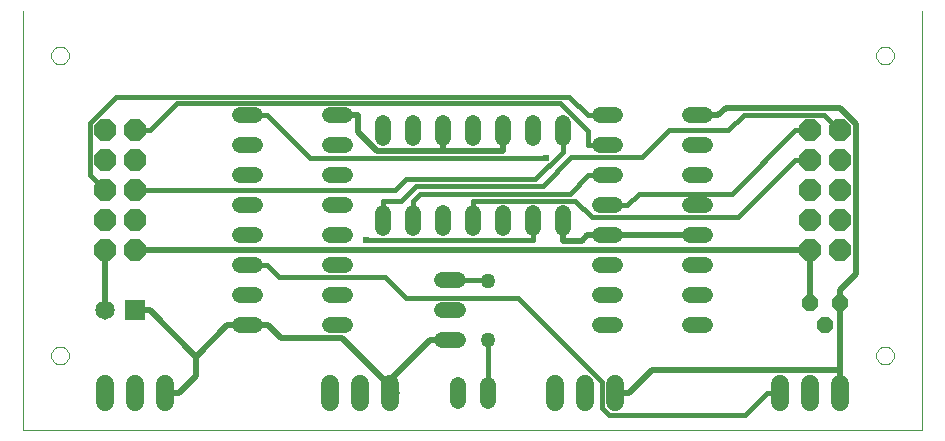
<source format=gtl>
G75*
G70*
%OFA0B0*%
%FSLAX24Y24*%
%IPPOS*%
%LPD*%
%AMOC8*
5,1,8,0,0,1.08239X$1,22.5*
%
%ADD10C,0.0000*%
%ADD11C,0.0520*%
%ADD12C,0.0594*%
%ADD13OC8,0.0740*%
%ADD14C,0.0500*%
%ADD15OC8,0.0520*%
%ADD16R,0.0650X0.0650*%
%ADD17C,0.0650*%
%ADD18C,0.0200*%
%ADD19C,0.0150*%
%ADD20C,0.0240*%
D10*
X000101Y000151D02*
X000101Y014147D01*
X001056Y012651D02*
X001058Y012685D01*
X001064Y012719D01*
X001074Y012752D01*
X001087Y012783D01*
X001105Y012813D01*
X001125Y012841D01*
X001149Y012866D01*
X001175Y012888D01*
X001203Y012906D01*
X001234Y012922D01*
X001266Y012934D01*
X001300Y012942D01*
X001334Y012946D01*
X001368Y012946D01*
X001402Y012942D01*
X001436Y012934D01*
X001468Y012922D01*
X001498Y012906D01*
X001527Y012888D01*
X001553Y012866D01*
X001577Y012841D01*
X001597Y012813D01*
X001615Y012783D01*
X001628Y012752D01*
X001638Y012719D01*
X001644Y012685D01*
X001646Y012651D01*
X001644Y012617D01*
X001638Y012583D01*
X001628Y012550D01*
X001615Y012519D01*
X001597Y012489D01*
X001577Y012461D01*
X001553Y012436D01*
X001527Y012414D01*
X001499Y012396D01*
X001468Y012380D01*
X001436Y012368D01*
X001402Y012360D01*
X001368Y012356D01*
X001334Y012356D01*
X001300Y012360D01*
X001266Y012368D01*
X001234Y012380D01*
X001203Y012396D01*
X001175Y012414D01*
X001149Y012436D01*
X001125Y012461D01*
X001105Y012489D01*
X001087Y012519D01*
X001074Y012550D01*
X001064Y012583D01*
X001058Y012617D01*
X001056Y012651D01*
X001056Y002651D02*
X001058Y002685D01*
X001064Y002719D01*
X001074Y002752D01*
X001087Y002783D01*
X001105Y002813D01*
X001125Y002841D01*
X001149Y002866D01*
X001175Y002888D01*
X001203Y002906D01*
X001234Y002922D01*
X001266Y002934D01*
X001300Y002942D01*
X001334Y002946D01*
X001368Y002946D01*
X001402Y002942D01*
X001436Y002934D01*
X001468Y002922D01*
X001498Y002906D01*
X001527Y002888D01*
X001553Y002866D01*
X001577Y002841D01*
X001597Y002813D01*
X001615Y002783D01*
X001628Y002752D01*
X001638Y002719D01*
X001644Y002685D01*
X001646Y002651D01*
X001644Y002617D01*
X001638Y002583D01*
X001628Y002550D01*
X001615Y002519D01*
X001597Y002489D01*
X001577Y002461D01*
X001553Y002436D01*
X001527Y002414D01*
X001499Y002396D01*
X001468Y002380D01*
X001436Y002368D01*
X001402Y002360D01*
X001368Y002356D01*
X001334Y002356D01*
X001300Y002360D01*
X001266Y002368D01*
X001234Y002380D01*
X001203Y002396D01*
X001175Y002414D01*
X001149Y002436D01*
X001125Y002461D01*
X001105Y002489D01*
X001087Y002519D01*
X001074Y002550D01*
X001064Y002583D01*
X001058Y002617D01*
X001056Y002651D01*
X000101Y000151D02*
X030096Y000151D01*
X030096Y014147D01*
X028556Y012651D02*
X028558Y012685D01*
X028564Y012719D01*
X028574Y012752D01*
X028587Y012783D01*
X028605Y012813D01*
X028625Y012841D01*
X028649Y012866D01*
X028675Y012888D01*
X028703Y012906D01*
X028734Y012922D01*
X028766Y012934D01*
X028800Y012942D01*
X028834Y012946D01*
X028868Y012946D01*
X028902Y012942D01*
X028936Y012934D01*
X028968Y012922D01*
X028998Y012906D01*
X029027Y012888D01*
X029053Y012866D01*
X029077Y012841D01*
X029097Y012813D01*
X029115Y012783D01*
X029128Y012752D01*
X029138Y012719D01*
X029144Y012685D01*
X029146Y012651D01*
X029144Y012617D01*
X029138Y012583D01*
X029128Y012550D01*
X029115Y012519D01*
X029097Y012489D01*
X029077Y012461D01*
X029053Y012436D01*
X029027Y012414D01*
X028999Y012396D01*
X028968Y012380D01*
X028936Y012368D01*
X028902Y012360D01*
X028868Y012356D01*
X028834Y012356D01*
X028800Y012360D01*
X028766Y012368D01*
X028734Y012380D01*
X028703Y012396D01*
X028675Y012414D01*
X028649Y012436D01*
X028625Y012461D01*
X028605Y012489D01*
X028587Y012519D01*
X028574Y012550D01*
X028564Y012583D01*
X028558Y012617D01*
X028556Y012651D01*
X028556Y002651D02*
X028558Y002685D01*
X028564Y002719D01*
X028574Y002752D01*
X028587Y002783D01*
X028605Y002813D01*
X028625Y002841D01*
X028649Y002866D01*
X028675Y002888D01*
X028703Y002906D01*
X028734Y002922D01*
X028766Y002934D01*
X028800Y002942D01*
X028834Y002946D01*
X028868Y002946D01*
X028902Y002942D01*
X028936Y002934D01*
X028968Y002922D01*
X028998Y002906D01*
X029027Y002888D01*
X029053Y002866D01*
X029077Y002841D01*
X029097Y002813D01*
X029115Y002783D01*
X029128Y002752D01*
X029138Y002719D01*
X029144Y002685D01*
X029146Y002651D01*
X029144Y002617D01*
X029138Y002583D01*
X029128Y002550D01*
X029115Y002519D01*
X029097Y002489D01*
X029077Y002461D01*
X029053Y002436D01*
X029027Y002414D01*
X028999Y002396D01*
X028968Y002380D01*
X028936Y002368D01*
X028902Y002360D01*
X028868Y002356D01*
X028834Y002356D01*
X028800Y002360D01*
X028766Y002368D01*
X028734Y002380D01*
X028703Y002396D01*
X028675Y002414D01*
X028649Y002436D01*
X028625Y002461D01*
X028605Y002489D01*
X028587Y002519D01*
X028574Y002550D01*
X028564Y002583D01*
X028558Y002617D01*
X028556Y002651D01*
D11*
X022861Y003651D02*
X022341Y003651D01*
X022341Y004651D02*
X022861Y004651D01*
X022861Y005651D02*
X022341Y005651D01*
X022341Y006651D02*
X022861Y006651D01*
X022861Y007651D02*
X022341Y007651D01*
X022341Y008651D02*
X022861Y008651D01*
X022861Y009651D02*
X022341Y009651D01*
X022341Y010651D02*
X022861Y010651D01*
X019861Y010651D02*
X019341Y010651D01*
X018101Y010411D02*
X018101Y009891D01*
X017101Y009891D02*
X017101Y010411D01*
X016101Y010411D02*
X016101Y009891D01*
X015101Y009891D02*
X015101Y010411D01*
X014101Y010411D02*
X014101Y009891D01*
X013101Y009891D02*
X013101Y010411D01*
X012101Y010411D02*
X012101Y009891D01*
X010861Y009651D02*
X010341Y009651D01*
X010341Y008651D02*
X010861Y008651D01*
X010861Y007651D02*
X010341Y007651D01*
X012101Y007411D02*
X012101Y006891D01*
X013101Y006891D02*
X013101Y007411D01*
X014101Y007411D02*
X014101Y006891D01*
X015101Y006891D02*
X015101Y007411D01*
X016101Y007411D02*
X016101Y006891D01*
X017101Y006891D02*
X017101Y007411D01*
X018101Y007411D02*
X018101Y006891D01*
X019341Y006651D02*
X019861Y006651D01*
X019861Y005651D02*
X019341Y005651D01*
X019341Y004651D02*
X019861Y004651D01*
X019861Y003651D02*
X019341Y003651D01*
X015601Y001661D02*
X015601Y001141D01*
X014601Y001141D02*
X014601Y001661D01*
X014611Y003151D02*
X014091Y003151D01*
X014091Y004151D02*
X014611Y004151D01*
X014611Y005151D02*
X014091Y005151D01*
X010861Y004651D02*
X010341Y004651D01*
X010341Y003651D02*
X010861Y003651D01*
X007861Y003651D02*
X007341Y003651D01*
X007341Y004651D02*
X007861Y004651D01*
X007861Y005651D02*
X007341Y005651D01*
X007341Y006651D02*
X007861Y006651D01*
X007861Y007651D02*
X007341Y007651D01*
X007341Y008651D02*
X007861Y008651D01*
X007861Y009651D02*
X007341Y009651D01*
X007341Y010651D02*
X007861Y010651D01*
X010341Y010651D02*
X010861Y010651D01*
X010861Y006651D02*
X010341Y006651D01*
X010341Y005651D02*
X010861Y005651D01*
X019341Y007651D02*
X019861Y007651D01*
X019861Y008651D02*
X019341Y008651D01*
X019341Y009651D02*
X019861Y009651D01*
D12*
X019851Y001698D02*
X019851Y001104D01*
X018851Y001104D02*
X018851Y001698D01*
X017851Y001698D02*
X017851Y001104D01*
X012351Y001104D02*
X012351Y001698D01*
X011351Y001698D02*
X011351Y001104D01*
X010351Y001104D02*
X010351Y001698D01*
X004851Y001698D02*
X004851Y001104D01*
X003851Y001104D02*
X003851Y001698D01*
X002851Y001698D02*
X002851Y001104D01*
X025351Y001104D02*
X025351Y001698D01*
X026351Y001698D02*
X026351Y001104D01*
X027351Y001104D02*
X027351Y001698D01*
D13*
X027351Y006151D03*
X026351Y006151D03*
X026351Y007151D03*
X027351Y007151D03*
X027351Y008151D03*
X026351Y008151D03*
X026351Y009151D03*
X027351Y009151D03*
X027351Y010151D03*
X026351Y010151D03*
X003851Y010151D03*
X002851Y010151D03*
X002851Y009151D03*
X003851Y009151D03*
X003851Y008151D03*
X002851Y008151D03*
X002851Y007151D03*
X003851Y007151D03*
X003851Y006151D03*
X002851Y006151D03*
D14*
X015601Y005135D03*
X015601Y003167D03*
D15*
X026351Y004401D03*
X027351Y004401D03*
X026851Y003651D03*
D16*
X003851Y004151D03*
D17*
X002851Y004151D03*
D18*
X002851Y006151D01*
X003851Y006151D02*
X004381Y006151D01*
X025821Y006151D01*
X026351Y006151D01*
X026351Y005621D01*
X026351Y004401D01*
X027351Y004401D02*
X027351Y004821D01*
X027884Y005354D01*
X027884Y010374D01*
X027348Y010910D01*
X023539Y010910D01*
X023281Y010651D01*
X022601Y010651D01*
X016101Y010151D02*
X016101Y009471D01*
X014101Y009471D01*
X014101Y009536D01*
X014101Y010151D01*
X014101Y009471D02*
X011918Y009471D01*
X011281Y010108D01*
X011281Y010651D01*
X010601Y010651D01*
X018101Y007151D02*
X018101Y006471D01*
X018741Y006471D01*
X018921Y006651D01*
X019601Y006651D01*
X022601Y006651D01*
X027351Y004401D02*
X027351Y002247D01*
X027271Y002167D01*
X021073Y002167D01*
X020308Y001401D01*
X019851Y001401D01*
X014351Y003151D02*
X013671Y003151D01*
X012250Y001730D01*
X012579Y001401D01*
X012351Y001401D01*
X012250Y001730D02*
X010749Y003231D01*
X008701Y003231D01*
X008281Y003651D01*
X007601Y003651D01*
X006921Y003651D01*
X005878Y002609D01*
X005878Y002609D01*
X004336Y004151D01*
X003851Y004151D01*
X005878Y002609D02*
X005878Y001972D01*
X005308Y001401D01*
X004851Y001401D01*
X027271Y002167D02*
X027283Y002155D01*
X027351Y002155D01*
X027351Y001401D01*
D19*
X025351Y001401D02*
X024919Y001401D01*
X024189Y000671D01*
X019640Y000671D01*
X019419Y000892D01*
X019419Y001770D01*
X016612Y004577D01*
X012871Y004577D01*
X012192Y005256D01*
X008651Y005256D01*
X008256Y005651D01*
X007601Y005651D01*
X011542Y006496D02*
X017101Y006496D01*
X017101Y007151D01*
X018531Y007806D02*
X015101Y007806D01*
X015101Y007151D01*
X013341Y008046D02*
X018341Y008046D01*
X018946Y008651D01*
X019601Y008651D01*
X020256Y007651D02*
X020651Y008046D01*
X023741Y008046D01*
X025846Y010151D01*
X026351Y010151D01*
X026828Y010674D02*
X024145Y010674D01*
X023622Y010151D01*
X021658Y010151D01*
X020763Y009256D01*
X018392Y009256D01*
X017449Y008313D01*
X013234Y008313D01*
X012727Y007806D01*
X012101Y007806D01*
X012101Y007151D01*
X013101Y007151D02*
X013101Y007806D01*
X013341Y008046D01*
X012886Y008523D02*
X017190Y008523D01*
X018101Y009434D01*
X018101Y009496D01*
X018101Y010151D01*
X018946Y010133D02*
X018946Y009651D01*
X019601Y009651D01*
X018946Y010133D02*
X018018Y011061D01*
X005265Y011061D01*
X004356Y010151D01*
X003851Y010151D01*
X003222Y011271D02*
X002337Y010386D01*
X002337Y008665D01*
X002851Y008151D01*
X003851Y008151D02*
X012514Y008151D01*
X012886Y008523D01*
X009673Y009234D02*
X008256Y010651D01*
X007601Y010651D01*
X009673Y009234D02*
X017540Y009234D01*
X018531Y007806D02*
X019086Y007251D01*
X023946Y007251D01*
X025846Y009151D01*
X026351Y009151D01*
X027351Y010151D02*
X026828Y010674D01*
X020256Y007651D02*
X019601Y007651D01*
X015601Y005135D02*
X015585Y005151D01*
X014351Y005151D01*
X015601Y003167D02*
X015601Y001401D01*
X018946Y010651D02*
X019601Y010651D01*
X018946Y010651D02*
X018325Y011271D01*
X003222Y011271D01*
D20*
X011542Y006496D03*
X017540Y009234D03*
M02*

</source>
